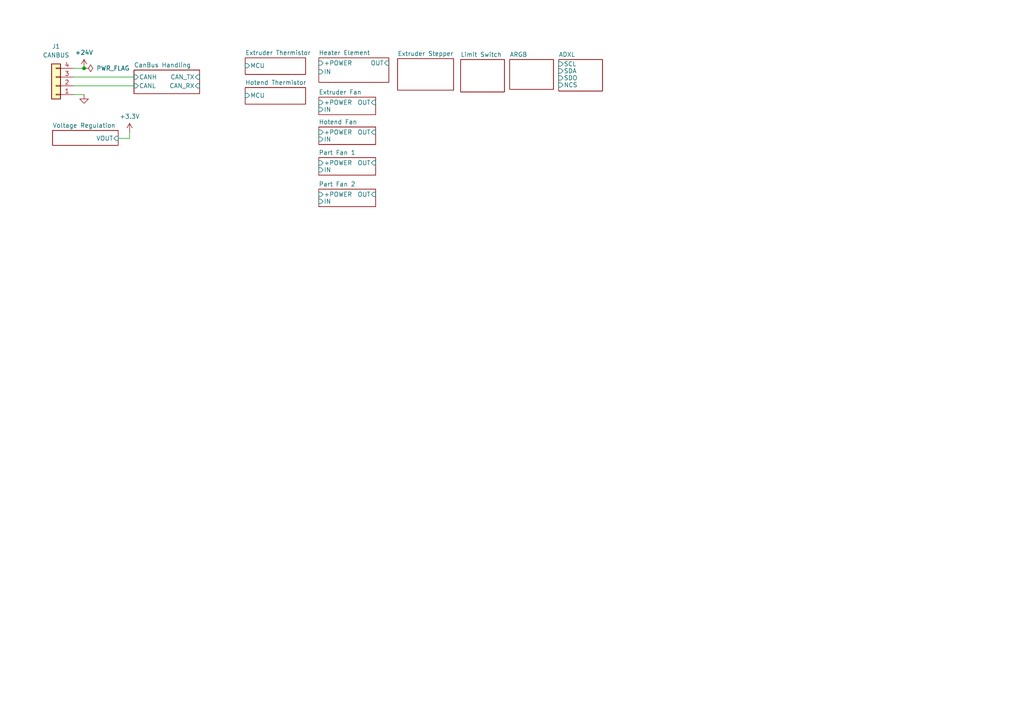
<source format=kicad_sch>
(kicad_sch (version 20211123) (generator eeschema)

  (uuid bbbf2bc0-d701-44d7-af84-e55c2ca2fbd6)

  (paper "A4")

  (lib_symbols
    (symbol "Connector_Generic:Conn_01x04" (pin_names (offset 1.016) hide) (in_bom yes) (on_board yes)
      (property "Reference" "J" (id 0) (at 0 5.08 0)
        (effects (font (size 1.27 1.27)))
      )
      (property "Value" "Conn_01x04" (id 1) (at 0 -7.62 0)
        (effects (font (size 1.27 1.27)))
      )
      (property "Footprint" "" (id 2) (at 0 0 0)
        (effects (font (size 1.27 1.27)) hide)
      )
      (property "Datasheet" "~" (id 3) (at 0 0 0)
        (effects (font (size 1.27 1.27)) hide)
      )
      (property "ki_keywords" "connector" (id 4) (at 0 0 0)
        (effects (font (size 1.27 1.27)) hide)
      )
      (property "ki_description" "Generic connector, single row, 01x04, script generated (kicad-library-utils/schlib/autogen/connector/)" (id 5) (at 0 0 0)
        (effects (font (size 1.27 1.27)) hide)
      )
      (property "ki_fp_filters" "Connector*:*_1x??_*" (id 6) (at 0 0 0)
        (effects (font (size 1.27 1.27)) hide)
      )
      (symbol "Conn_01x04_1_1"
        (rectangle (start -1.27 -4.953) (end 0 -5.207)
          (stroke (width 0.1524) (type default) (color 0 0 0 0))
          (fill (type none))
        )
        (rectangle (start -1.27 -2.413) (end 0 -2.667)
          (stroke (width 0.1524) (type default) (color 0 0 0 0))
          (fill (type none))
        )
        (rectangle (start -1.27 0.127) (end 0 -0.127)
          (stroke (width 0.1524) (type default) (color 0 0 0 0))
          (fill (type none))
        )
        (rectangle (start -1.27 2.667) (end 0 2.413)
          (stroke (width 0.1524) (type default) (color 0 0 0 0))
          (fill (type none))
        )
        (rectangle (start -1.27 3.81) (end 1.27 -6.35)
          (stroke (width 0.254) (type default) (color 0 0 0 0))
          (fill (type background))
        )
        (pin passive line (at -5.08 2.54 0) (length 3.81)
          (name "Pin_1" (effects (font (size 1.27 1.27))))
          (number "1" (effects (font (size 1.27 1.27))))
        )
        (pin passive line (at -5.08 0 0) (length 3.81)
          (name "Pin_2" (effects (font (size 1.27 1.27))))
          (number "2" (effects (font (size 1.27 1.27))))
        )
        (pin passive line (at -5.08 -2.54 0) (length 3.81)
          (name "Pin_3" (effects (font (size 1.27 1.27))))
          (number "3" (effects (font (size 1.27 1.27))))
        )
        (pin passive line (at -5.08 -5.08 0) (length 3.81)
          (name "Pin_4" (effects (font (size 1.27 1.27))))
          (number "4" (effects (font (size 1.27 1.27))))
        )
      )
    )
    (symbol "power:+24V" (power) (pin_names (offset 0)) (in_bom yes) (on_board yes)
      (property "Reference" "#PWR" (id 0) (at 0 -3.81 0)
        (effects (font (size 1.27 1.27)) hide)
      )
      (property "Value" "+24V" (id 1) (at 0 3.556 0)
        (effects (font (size 1.27 1.27)))
      )
      (property "Footprint" "" (id 2) (at 0 0 0)
        (effects (font (size 1.27 1.27)) hide)
      )
      (property "Datasheet" "" (id 3) (at 0 0 0)
        (effects (font (size 1.27 1.27)) hide)
      )
      (property "ki_keywords" "power-flag" (id 4) (at 0 0 0)
        (effects (font (size 1.27 1.27)) hide)
      )
      (property "ki_description" "Power symbol creates a global label with name \"+24V\"" (id 5) (at 0 0 0)
        (effects (font (size 1.27 1.27)) hide)
      )
      (symbol "+24V_0_1"
        (polyline
          (pts
            (xy -0.762 1.27)
            (xy 0 2.54)
          )
          (stroke (width 0) (type default) (color 0 0 0 0))
          (fill (type none))
        )
        (polyline
          (pts
            (xy 0 0)
            (xy 0 2.54)
          )
          (stroke (width 0) (type default) (color 0 0 0 0))
          (fill (type none))
        )
        (polyline
          (pts
            (xy 0 2.54)
            (xy 0.762 1.27)
          )
          (stroke (width 0) (type default) (color 0 0 0 0))
          (fill (type none))
        )
      )
      (symbol "+24V_1_1"
        (pin power_in line (at 0 0 90) (length 0) hide
          (name "+24V" (effects (font (size 1.27 1.27))))
          (number "1" (effects (font (size 1.27 1.27))))
        )
      )
    )
    (symbol "power:+3.3V" (power) (pin_names (offset 0)) (in_bom yes) (on_board yes)
      (property "Reference" "#PWR" (id 0) (at 0 -3.81 0)
        (effects (font (size 1.27 1.27)) hide)
      )
      (property "Value" "+3.3V" (id 1) (at 0 3.556 0)
        (effects (font (size 1.27 1.27)))
      )
      (property "Footprint" "" (id 2) (at 0 0 0)
        (effects (font (size 1.27 1.27)) hide)
      )
      (property "Datasheet" "" (id 3) (at 0 0 0)
        (effects (font (size 1.27 1.27)) hide)
      )
      (property "ki_keywords" "power-flag" (id 4) (at 0 0 0)
        (effects (font (size 1.27 1.27)) hide)
      )
      (property "ki_description" "Power symbol creates a global label with name \"+3.3V\"" (id 5) (at 0 0 0)
        (effects (font (size 1.27 1.27)) hide)
      )
      (symbol "+3.3V_0_1"
        (polyline
          (pts
            (xy -0.762 1.27)
            (xy 0 2.54)
          )
          (stroke (width 0) (type default) (color 0 0 0 0))
          (fill (type none))
        )
        (polyline
          (pts
            (xy 0 0)
            (xy 0 2.54)
          )
          (stroke (width 0) (type default) (color 0 0 0 0))
          (fill (type none))
        )
        (polyline
          (pts
            (xy 0 2.54)
            (xy 0.762 1.27)
          )
          (stroke (width 0) (type default) (color 0 0 0 0))
          (fill (type none))
        )
      )
      (symbol "+3.3V_1_1"
        (pin power_in line (at 0 0 90) (length 0) hide
          (name "+3.3V" (effects (font (size 1.27 1.27))))
          (number "1" (effects (font (size 1.27 1.27))))
        )
      )
    )
    (symbol "power:GND" (power) (pin_names (offset 0)) (in_bom yes) (on_board yes)
      (property "Reference" "#PWR" (id 0) (at 0 -6.35 0)
        (effects (font (size 1.27 1.27)) hide)
      )
      (property "Value" "GND" (id 1) (at 0 -3.81 0)
        (effects (font (size 1.27 1.27)))
      )
      (property "Footprint" "" (id 2) (at 0 0 0)
        (effects (font (size 1.27 1.27)) hide)
      )
      (property "Datasheet" "" (id 3) (at 0 0 0)
        (effects (font (size 1.27 1.27)) hide)
      )
      (property "ki_keywords" "power-flag" (id 4) (at 0 0 0)
        (effects (font (size 1.27 1.27)) hide)
      )
      (property "ki_description" "Power symbol creates a global label with name \"GND\" , ground" (id 5) (at 0 0 0)
        (effects (font (size 1.27 1.27)) hide)
      )
      (symbol "GND_0_1"
        (polyline
          (pts
            (xy 0 0)
            (xy 0 -1.27)
            (xy 1.27 -1.27)
            (xy 0 -2.54)
            (xy -1.27 -1.27)
            (xy 0 -1.27)
          )
          (stroke (width 0) (type default) (color 0 0 0 0))
          (fill (type none))
        )
      )
      (symbol "GND_1_1"
        (pin power_in line (at 0 0 270) (length 0) hide
          (name "GND" (effects (font (size 1.27 1.27))))
          (number "1" (effects (font (size 1.27 1.27))))
        )
      )
    )
    (symbol "power:PWR_FLAG" (power) (pin_numbers hide) (pin_names (offset 0) hide) (in_bom yes) (on_board yes)
      (property "Reference" "#FLG" (id 0) (at 0 1.905 0)
        (effects (font (size 1.27 1.27)) hide)
      )
      (property "Value" "PWR_FLAG" (id 1) (at 0 3.81 0)
        (effects (font (size 1.27 1.27)))
      )
      (property "Footprint" "" (id 2) (at 0 0 0)
        (effects (font (size 1.27 1.27)) hide)
      )
      (property "Datasheet" "~" (id 3) (at 0 0 0)
        (effects (font (size 1.27 1.27)) hide)
      )
      (property "ki_keywords" "power-flag" (id 4) (at 0 0 0)
        (effects (font (size 1.27 1.27)) hide)
      )
      (property "ki_description" "Special symbol for telling ERC where power comes from" (id 5) (at 0 0 0)
        (effects (font (size 1.27 1.27)) hide)
      )
      (symbol "PWR_FLAG_0_0"
        (pin power_out line (at 0 0 90) (length 0)
          (name "pwr" (effects (font (size 1.27 1.27))))
          (number "1" (effects (font (size 1.27 1.27))))
        )
      )
      (symbol "PWR_FLAG_0_1"
        (polyline
          (pts
            (xy 0 0)
            (xy 0 1.27)
            (xy -1.016 1.905)
            (xy 0 2.54)
            (xy 1.016 1.905)
            (xy 0 1.27)
          )
          (stroke (width 0) (type default) (color 0 0 0 0))
          (fill (type none))
        )
      )
    )
  )

  (junction (at 24.384 19.812) (diameter 0) (color 0 0 0 0)
    (uuid f4143853-e4b4-4fc8-be5d-ca9d70ae49d6)
  )

  (wire (pts (xy 21.336 27.432) (xy 24.384 27.432))
    (stroke (width 0) (type default) (color 0 0 0 0))
    (uuid 193e3943-96f0-4991-a780-8d42e6174eb2)
  )
  (wire (pts (xy 21.336 19.812) (xy 24.384 19.812))
    (stroke (width 0) (type default) (color 0 0 0 0))
    (uuid 3b9cd8a8-63b0-4ddc-941b-6a64df09100b)
  )
  (wire (pts (xy 21.336 22.352) (xy 38.862 22.352))
    (stroke (width 0) (type default) (color 0 0 0 0))
    (uuid 88a60671-b652-4303-bd40-59d5d4365d8d)
  )
  (wire (pts (xy 21.336 24.892) (xy 38.862 24.892))
    (stroke (width 0) (type default) (color 0 0 0 0))
    (uuid 9928f08e-5668-4846-b6cf-304f1aea2b86)
  )
  (wire (pts (xy 37.592 38.354) (xy 37.592 40.132))
    (stroke (width 0) (type default) (color 0 0 0 0))
    (uuid 9d7bf0ba-3f8e-4fe5-99d4-3c26c480fba6)
  )
  (wire (pts (xy 37.592 40.132) (xy 34.29 40.132))
    (stroke (width 0) (type default) (color 0 0 0 0))
    (uuid abb32b6e-0120-4b02-9c44-23ab64cf04e5)
  )

  (symbol (lib_id "power:+3.3V") (at 37.592 38.354 0) (unit 1)
    (in_bom yes) (on_board yes) (fields_autoplaced)
    (uuid 08fe3081-4200-48af-850f-c1d05f442d28)
    (property "Reference" "#PWR0131" (id 0) (at 37.592 42.164 0)
      (effects (font (size 1.27 1.27)) hide)
    )
    (property "Value" "+3.3V" (id 1) (at 37.592 33.782 0))
    (property "Footprint" "" (id 2) (at 37.592 38.354 0)
      (effects (font (size 1.27 1.27)) hide)
    )
    (property "Datasheet" "" (id 3) (at 37.592 38.354 0)
      (effects (font (size 1.27 1.27)) hide)
    )
    (pin "1" (uuid e08e0215-7dcd-42ad-a6ff-1e6ac7dad810))
  )

  (symbol (lib_id "power:+24V") (at 24.384 19.812 0) (unit 1)
    (in_bom yes) (on_board yes) (fields_autoplaced)
    (uuid 4c44ad81-23d9-441d-bf5e-2b4d2b04ff52)
    (property "Reference" "#PWR0101" (id 0) (at 24.384 23.622 0)
      (effects (font (size 1.27 1.27)) hide)
    )
    (property "Value" "+24V" (id 1) (at 24.384 15.24 0))
    (property "Footprint" "" (id 2) (at 24.384 19.812 0)
      (effects (font (size 1.27 1.27)) hide)
    )
    (property "Datasheet" "" (id 3) (at 24.384 19.812 0)
      (effects (font (size 1.27 1.27)) hide)
    )
    (pin "1" (uuid 1cecd825-0e86-4762-b461-be866eb4bc16))
  )

  (symbol (lib_id "power:GND") (at 24.384 27.432 0) (unit 1)
    (in_bom yes) (on_board yes) (fields_autoplaced)
    (uuid c2c0f37b-de9d-4f1d-aa00-88c844171b23)
    (property "Reference" "#PWR0102" (id 0) (at 24.384 33.782 0)
      (effects (font (size 1.27 1.27)) hide)
    )
    (property "Value" "GND" (id 1) (at 24.384 33.02 0)
      (effects (font (size 1.27 1.27)) hide)
    )
    (property "Footprint" "" (id 2) (at 24.384 27.432 0)
      (effects (font (size 1.27 1.27)) hide)
    )
    (property "Datasheet" "" (id 3) (at 24.384 27.432 0)
      (effects (font (size 1.27 1.27)) hide)
    )
    (pin "1" (uuid 0ce37424-5622-433b-9bee-683aaff0aad0))
  )

  (symbol (lib_id "Connector_Generic:Conn_01x04") (at 16.256 24.892 180) (unit 1)
    (in_bom yes) (on_board yes) (fields_autoplaced)
    (uuid e03cf11e-2c82-4e41-82cf-ee6a2087ae14)
    (property "Reference" "J1" (id 0) (at 16.256 13.462 0))
    (property "Value" "CANBUS" (id 1) (at 16.256 16.002 0))
    (property "Footprint" "Connector_JST:JST_XH_S4B-XH-A-1_1x04_P2.50mm_Horizontal" (id 2) (at 16.256 24.892 0)
      (effects (font (size 1.27 1.27)) hide)
    )
    (property "Datasheet" "~" (id 3) (at 16.256 24.892 0)
      (effects (font (size 1.27 1.27)) hide)
    )
    (pin "1" (uuid 69e7eec1-ddbf-4816-a8d4-71331f75a480))
    (pin "2" (uuid 39b54f4b-4f18-4e3b-b2b8-2863e4d960d4))
    (pin "3" (uuid 4a1f15e7-8adf-42db-9e1d-1cf56dcf11f3))
    (pin "4" (uuid 31d75d3d-fa73-40e7-9cee-5467fe2f6c07))
  )

  (symbol (lib_id "power:PWR_FLAG") (at 24.384 19.812 270) (unit 1)
    (in_bom yes) (on_board yes) (fields_autoplaced)
    (uuid eb1f8f20-56b7-4fe3-a12d-7bc0bcdb6abe)
    (property "Reference" "#FLG0101" (id 0) (at 26.289 19.812 0)
      (effects (font (size 1.27 1.27)) hide)
    )
    (property "Value" "PWR_FLAG" (id 1) (at 27.94 19.8119 90)
      (effects (font (size 1.27 1.27)) (justify left))
    )
    (property "Footprint" "" (id 2) (at 24.384 19.812 0)
      (effects (font (size 1.27 1.27)) hide)
    )
    (property "Datasheet" "~" (id 3) (at 24.384 19.812 0)
      (effects (font (size 1.27 1.27)) hide)
    )
    (pin "1" (uuid 999013cc-ea72-403b-9f8e-8a7357ae7012))
  )

  (sheet (at 38.862 20.32) (size 19.05 6.858) (fields_autoplaced)
    (stroke (width 0.1524) (type solid) (color 0 0 0 0))
    (fill (color 0 0 0 0.0000))
    (uuid 1491eec4-e6b9-44d9-ad74-a54972d4ead3)
    (property "Sheet name" "CanBus Handling" (id 0) (at 38.862 19.6084 0)
      (effects (font (size 1.27 1.27)) (justify left bottom))
    )
    (property "Sheet file" "CanBusHandling.kicad_sch" (id 1) (at 38.862 27.7626 0)
      (effects (font (size 1.27 1.27)) (justify left top) hide)
    )
    (pin "CANH" input (at 38.862 22.352 180)
      (effects (font (size 1.27 1.27)) (justify left))
      (uuid f0c4fea8-bbb0-4b65-9ffa-24a338261c22)
    )
    (pin "CANL" input (at 38.862 24.892 180)
      (effects (font (size 1.27 1.27)) (justify left))
      (uuid 608790e9-4529-44f8-aca8-785e76b1b816)
    )
    (pin "CAN_TX" input (at 57.912 22.352 0)
      (effects (font (size 1.27 1.27)) (justify right))
      (uuid 768e6a78-a4f3-449b-bedb-2a6a251f6f1f)
    )
    (pin "CAN_RX" input (at 57.912 24.892 0)
      (effects (font (size 1.27 1.27)) (justify right))
      (uuid d847d4bb-d78f-4a82-9d00-31881ca37bae)
    )
  )

  (sheet (at 92.456 16.764) (size 20.32 7.112) (fields_autoplaced)
    (stroke (width 0.1524) (type solid) (color 0 0 0 0))
    (fill (color 0 0 0 0.0000))
    (uuid 227bf6a3-a2cd-4940-b1a7-4c1dbb616e4e)
    (property "Sheet name" "Heater Element" (id 0) (at 92.456 16.0524 0)
      (effects (font (size 1.27 1.27)) (justify left bottom))
    )
    (property "Sheet file" "HighPowerPWM.kicad_sch" (id 1) (at 92.456 24.4606 0)
      (effects (font (size 1.27 1.27)) (justify left top) hide)
    )
    (pin "OUT" input (at 112.776 18.288 0)
      (effects (font (size 1.27 1.27)) (justify right))
      (uuid 18ce99cd-70e4-4f6c-bf7d-5b35300a906e)
    )
    (pin "+POWER" input (at 92.456 18.288 180)
      (effects (font (size 1.27 1.27)) (justify left))
      (uuid db7644ad-5419-4dbb-b1dd-3855c4857ed3)
    )
    (pin "IN" input (at 92.456 20.828 180)
      (effects (font (size 1.27 1.27)) (justify left))
      (uuid 960b394d-2b34-4258-9cd5-11dddb4edfeb)
    )
  )

  (sheet (at 115.316 17.018) (size 16.256 9.144) (fields_autoplaced)
    (stroke (width 0.1524) (type solid) (color 0 0 0 0))
    (fill (color 0 0 0 0.0000))
    (uuid 4c99c69c-b7df-4293-8a6b-7e503655021c)
    (property "Sheet name" "Extruder Stepper" (id 0) (at 115.316 16.3064 0)
      (effects (font (size 1.27 1.27)) (justify left bottom))
    )
    (property "Sheet file" "StepperDriver.kicad_sch" (id 1) (at 115.316 26.7466 0)
      (effects (font (size 1.27 1.27)) (justify left top) hide)
    )
  )

  (sheet (at 71.12 16.764) (size 17.526 4.826) (fields_autoplaced)
    (stroke (width 0.1524) (type solid) (color 0 0 0 0))
    (fill (color 0 0 0 0.0000))
    (uuid 59298f72-bff9-4cb3-9ef9-a7a979bd2840)
    (property "Sheet name" "Extruder Thermistor" (id 0) (at 71.12 16.0524 0)
      (effects (font (size 1.27 1.27)) (justify left bottom))
    )
    (property "Sheet file" "ThermistorSection.kicad_sch" (id 1) (at 71.12 22.1746 0)
      (effects (font (size 1.27 1.27)) (justify left top) hide)
    )
    (pin "MCU" input (at 71.12 19.05 180)
      (effects (font (size 1.27 1.27)) (justify left))
      (uuid a60b1ea8-245c-429b-8144-07702ff56bbd)
    )
  )

  (sheet (at 147.828 17.272) (size 12.7 8.636) (fields_autoplaced)
    (stroke (width 0.1524) (type solid) (color 0 0 0 0))
    (fill (color 0 0 0 0.0000))
    (uuid 7b9bf0cd-b59a-4752-b5a7-e4423f682fab)
    (property "Sheet name" "ARGB" (id 0) (at 147.828 16.5604 0)
      (effects (font (size 1.27 1.27)) (justify left bottom))
    )
    (property "Sheet file" "ARGB.kicad_sch" (id 1) (at 147.828 26.4926 0)
      (effects (font (size 1.27 1.27)) (justify left top) hide)
    )
  )

  (sheet (at 92.456 54.864) (size 16.51 5.08) (fields_autoplaced)
    (stroke (width 0.1524) (type solid) (color 0 0 0 0))
    (fill (color 0 0 0 0.0000))
    (uuid 8dbc2b6e-ee1a-4047-9462-9b74cf0a80ee)
    (property "Sheet name" "Part Fan 2" (id 0) (at 92.456 54.1524 0)
      (effects (font (size 1.27 1.27)) (justify left bottom))
    )
    (property "Sheet file" "LowPowerPWM.kicad_sch" (id 1) (at 92.456 60.5286 0)
      (effects (font (size 1.27 1.27)) (justify left top) hide)
    )
    (pin "OUT" input (at 108.966 56.388 0)
      (effects (font (size 1.27 1.27)) (justify right))
      (uuid 6871a6ee-93a4-4318-b8b8-c82cc16b7c5f)
    )
    (pin "+POWER" input (at 92.456 56.388 180)
      (effects (font (size 1.27 1.27)) (justify left))
      (uuid 4bbc3ff4-5629-4f57-875a-1c57ac5ab51f)
    )
    (pin "IN" input (at 92.456 58.42 180)
      (effects (font (size 1.27 1.27)) (justify left))
      (uuid 050cbee8-f1f0-491d-9b3a-a2157a81d2ef)
    )
  )

  (sheet (at 162.052 17.272) (size 12.7 9.144) (fields_autoplaced)
    (stroke (width 0.1524) (type solid) (color 0 0 0 0))
    (fill (color 0 0 0 0.0000))
    (uuid 96bcbb8a-b509-4abc-b606-5ff999f245b0)
    (property "Sheet name" "ADXL" (id 0) (at 162.052 16.5604 0)
      (effects (font (size 1.27 1.27)) (justify left bottom))
    )
    (property "Sheet file" "ADXL.kicad_sch" (id 1) (at 162.052 27.0006 0)
      (effects (font (size 1.27 1.27)) (justify left top) hide)
    )
    (pin "SCL" input (at 162.052 18.542 180)
      (effects (font (size 1.27 1.27)) (justify left))
      (uuid 5fe92d34-f70f-4968-88a0-7bc4974cc482)
    )
    (pin "SDA" input (at 162.052 20.574 180)
      (effects (font (size 1.27 1.27)) (justify left))
      (uuid f997efe1-86bb-4599-a133-faee0e4e520f)
    )
    (pin "SDO" input (at 162.052 22.606 180)
      (effects (font (size 1.27 1.27)) (justify left))
      (uuid ba42a753-da86-4c39-afa6-527ad922e1f9)
    )
    (pin "NCS" input (at 162.052 24.638 180)
      (effects (font (size 1.27 1.27)) (justify left))
      (uuid 0fa25a81-2d18-431b-8614-1ab852d8937c)
    )
  )

  (sheet (at 71.12 25.4) (size 17.526 4.826) (fields_autoplaced)
    (stroke (width 0.1524) (type solid) (color 0 0 0 0))
    (fill (color 0 0 0 0.0000))
    (uuid 9a4603a9-85be-4959-a8b7-4c6410a843e5)
    (property "Sheet name" "Hotend Thermistor" (id 0) (at 71.12 24.6884 0)
      (effects (font (size 1.27 1.27)) (justify left bottom))
    )
    (property "Sheet file" "ThermistorSection.kicad_sch" (id 1) (at 71.12 30.8106 0)
      (effects (font (size 1.27 1.27)) (justify left top) hide)
    )
    (pin "MCU" input (at 71.12 27.686 180)
      (effects (font (size 1.27 1.27)) (justify left))
      (uuid 258e545b-8535-411f-8fe3-8e03b5093a14)
    )
  )

  (sheet (at 92.456 36.83) (size 16.51 5.08) (fields_autoplaced)
    (stroke (width 0.1524) (type solid) (color 0 0 0 0))
    (fill (color 0 0 0 0.0000))
    (uuid a7945bf5-2910-40c4-8c3b-f928146ba8a6)
    (property "Sheet name" "Hotend Fan" (id 0) (at 92.456 36.1184 0)
      (effects (font (size 1.27 1.27)) (justify left bottom))
    )
    (property "Sheet file" "LowPowerPWM.kicad_sch" (id 1) (at 92.456 42.4946 0)
      (effects (font (size 1.27 1.27)) (justify left top) hide)
    )
    (pin "OUT" input (at 108.966 38.354 0)
      (effects (font (size 1.27 1.27)) (justify right))
      (uuid fdaabc8d-6d00-4c5e-95ef-fc52bf6e13fb)
    )
    (pin "+POWER" input (at 92.456 38.354 180)
      (effects (font (size 1.27 1.27)) (justify left))
      (uuid f7eeec33-3cb3-4bbe-8c98-f300c526d2bb)
    )
    (pin "IN" input (at 92.456 40.386 180)
      (effects (font (size 1.27 1.27)) (justify left))
      (uuid 8ec96d87-ea9d-4245-9033-24140593a131)
    )
  )

  (sheet (at 92.456 45.72) (size 16.51 5.08) (fields_autoplaced)
    (stroke (width 0.1524) (type solid) (color 0 0 0 0))
    (fill (color 0 0 0 0.0000))
    (uuid ba5ac33b-53f9-42f6-9f1f-2ee9e2d08007)
    (property "Sheet name" "Part Fan 1" (id 0) (at 92.456 45.0084 0)
      (effects (font (size 1.27 1.27)) (justify left bottom))
    )
    (property "Sheet file" "LowPowerPWM.kicad_sch" (id 1) (at 92.456 51.3846 0)
      (effects (font (size 1.27 1.27)) (justify left top) hide)
    )
    (pin "OUT" input (at 108.966 47.244 0)
      (effects (font (size 1.27 1.27)) (justify right))
      (uuid 7eb57ce6-cd9c-4efa-888d-e3957a4eb700)
    )
    (pin "+POWER" input (at 92.456 47.244 180)
      (effects (font (size 1.27 1.27)) (justify left))
      (uuid d7c408d2-a311-42af-a432-fc8addfb38b3)
    )
    (pin "IN" input (at 92.456 49.276 180)
      (effects (font (size 1.27 1.27)) (justify left))
      (uuid 43216036-2ac5-4f6c-84c2-3cfc42f787a8)
    )
  )

  (sheet (at 92.456 28.194) (size 16.51 5.08) (fields_autoplaced)
    (stroke (width 0.1524) (type solid) (color 0 0 0 0))
    (fill (color 0 0 0 0.0000))
    (uuid ba6e1639-e422-466e-abc1-2d44456976d3)
    (property "Sheet name" "Extruder Fan" (id 0) (at 92.456 27.4824 0)
      (effects (font (size 1.27 1.27)) (justify left bottom))
    )
    (property "Sheet file" "LowPowerPWM.kicad_sch" (id 1) (at 92.456 33.8586 0)
      (effects (font (size 1.27 1.27)) (justify left top) hide)
    )
    (pin "OUT" input (at 108.966 29.718 0)
      (effects (font (size 1.27 1.27)) (justify right))
      (uuid a5d6c9b9-a327-4047-baa6-cc2ffa491f0d)
    )
    (pin "+POWER" input (at 92.456 29.718 180)
      (effects (font (size 1.27 1.27)) (justify left))
      (uuid 9c0468c9-a46c-4980-bc21-296dc4b10a2e)
    )
    (pin "IN" input (at 92.456 31.75 180)
      (effects (font (size 1.27 1.27)) (justify left))
      (uuid 7a2e4652-1ba6-47bd-8938-5fe9eaee894c)
    )
  )

  (sheet (at 15.24 37.846) (size 19.05 4.318) (fields_autoplaced)
    (stroke (width 0.1524) (type solid) (color 0 0 0 0))
    (fill (color 0 0 0 0.0000))
    (uuid cfd46c7a-4b49-4e2c-b9e7-1a7a49731e6b)
    (property "Sheet name" "Voltage Regulation" (id 0) (at 15.24 37.1344 0)
      (effects (font (size 1.27 1.27)) (justify left bottom))
    )
    (property "Sheet file" "VoltageRegulation.kicad_sch" (id 1) (at 15.24 42.7486 0)
      (effects (font (size 1.27 1.27)) (justify left top) hide)
    )
    (pin "VOUT" input (at 34.29 40.132 0)
      (effects (font (size 1.27 1.27)) (justify right))
      (uuid f855a281-9db5-4259-8a70-b8736384bc9f)
    )
  )

  (sheet (at 133.604 17.272) (size 12.7 9.398) (fields_autoplaced)
    (stroke (width 0.1524) (type solid) (color 0 0 0 0))
    (fill (color 0 0 0 0.0000))
    (uuid f93ba4f3-f9ac-4d74-92aa-b7353f1d8817)
    (property "Sheet name" "Limit Switch" (id 0) (at 133.604 16.5604 0)
      (effects (font (size 1.27 1.27)) (justify left bottom))
    )
    (property "Sheet file" "LimitSwitch.kicad_sch" (id 1) (at 133.604 27.2546 0)
      (effects (font (size 1.27 1.27)) (justify left top) hide)
    )
  )

  (sheet_instances
    (path "/" (page "1"))
    (path "/59298f72-bff9-4cb3-9ef9-a7a979bd2840" (page "2"))
    (path "/9a4603a9-85be-4959-a8b7-4c6410a843e5" (page "3"))
    (path "/227bf6a3-a2cd-4940-b1a7-4c1dbb616e4e" (page "4"))
    (path "/4c99c69c-b7df-4293-8a6b-7e503655021c" (page "5"))
    (path "/ba6e1639-e422-466e-abc1-2d44456976d3" (page "6"))
    (path "/a7945bf5-2910-40c4-8c3b-f928146ba8a6" (page "7"))
    (path "/ba5ac33b-53f9-42f6-9f1f-2ee9e2d08007" (page "8"))
    (path "/8dbc2b6e-ee1a-4047-9462-9b74cf0a80ee" (page "9"))
    (path "/96bcbb8a-b509-4abc-b606-5ff999f245b0" (page "10"))
    (path "/7b9bf0cd-b59a-4752-b5a7-e4423f682fab" (page "11"))
    (path "/f93ba4f3-f9ac-4d74-92aa-b7353f1d8817" (page "12"))
    (path "/cfd46c7a-4b49-4e2c-b9e7-1a7a49731e6b" (page "13"))
    (path "/1491eec4-e6b9-44d9-ad74-a54972d4ead3" (page "14"))
  )

  (symbol_instances
    (path "/eb1f8f20-56b7-4fe3-a12d-7bc0bcdb6abe"
      (reference "#FLG0101") (unit 1) (value "PWR_FLAG") (footprint "")
    )
    (path "/4c44ad81-23d9-441d-bf5e-2b4d2b04ff52"
      (reference "#PWR0101") (unit 1) (value "+24V") (footprint "")
    )
    (path "/c2c0f37b-de9d-4f1d-aa00-88c844171b23"
      (reference "#PWR0102") (unit 1) (value "GND") (footprint "")
    )
    (path "/59298f72-bff9-4cb3-9ef9-a7a979bd2840/03b628d9-2172-4c03-8ebb-b2d97741cf34"
      (reference "#PWR0103") (unit 1) (value "+3V3") (footprint "")
    )
    (path "/59298f72-bff9-4cb3-9ef9-a7a979bd2840/5920a172-2687-4c1c-9842-4ac7f346edd7"
      (reference "#PWR0104") (unit 1) (value "GND") (footprint "")
    )
    (path "/59298f72-bff9-4cb3-9ef9-a7a979bd2840/f5088f90-eafb-4bc4-86a7-c90a43db33a4"
      (reference "#PWR0105") (unit 1) (value "GND") (footprint "")
    )
    (path "/9a4603a9-85be-4959-a8b7-4c6410a843e5/03b628d9-2172-4c03-8ebb-b2d97741cf34"
      (reference "#PWR0106") (unit 1) (value "+3V3") (footprint "")
    )
    (path "/9a4603a9-85be-4959-a8b7-4c6410a843e5/5920a172-2687-4c1c-9842-4ac7f346edd7"
      (reference "#PWR0107") (unit 1) (value "GND") (footprint "")
    )
    (path "/9a4603a9-85be-4959-a8b7-4c6410a843e5/f5088f90-eafb-4bc4-86a7-c90a43db33a4"
      (reference "#PWR0108") (unit 1) (value "GND") (footprint "")
    )
    (path "/227bf6a3-a2cd-4940-b1a7-4c1dbb616e4e/2d420913-2482-4426-a459-5d33bd45e04d"
      (reference "#PWR0109") (unit 1) (value "GND") (footprint "")
    )
    (path "/ba6e1639-e422-466e-abc1-2d44456976d3/e7b85155-e25c-43f7-baf7-6a6cb4940baa"
      (reference "#PWR0110") (unit 1) (value "GND") (footprint "")
    )
    (path "/a7945bf5-2910-40c4-8c3b-f928146ba8a6/e7b85155-e25c-43f7-baf7-6a6cb4940baa"
      (reference "#PWR0111") (unit 1) (value "GND") (footprint "")
    )
    (path "/ba5ac33b-53f9-42f6-9f1f-2ee9e2d08007/e7b85155-e25c-43f7-baf7-6a6cb4940baa"
      (reference "#PWR0112") (unit 1) (value "GND") (footprint "")
    )
    (path "/8dbc2b6e-ee1a-4047-9462-9b74cf0a80ee/e7b85155-e25c-43f7-baf7-6a6cb4940baa"
      (reference "#PWR0113") (unit 1) (value "GND") (footprint "")
    )
    (path "/96bcbb8a-b509-4abc-b606-5ff999f245b0/87c1a798-1705-4e5a-b365-1e75179d784a"
      (reference "#PWR0114") (unit 1) (value "+3V3") (footprint "")
    )
    (path "/96bcbb8a-b509-4abc-b606-5ff999f245b0/3854fa3f-0b4e-46ab-b83d-f3ccd5a9f248"
      (reference "#PWR0115") (unit 1) (value "GND") (footprint "")
    )
    (path "/1491eec4-e6b9-44d9-ad74-a54972d4ead3/55ebe54d-7056-40b9-934f-8d4b304704ad"
      (reference "#PWR0116") (unit 1) (value "GND") (footprint "")
    )
    (path "/1491eec4-e6b9-44d9-ad74-a54972d4ead3/0aa574d9-f1e7-4fdc-ac14-f23fe622e591"
      (reference "#PWR0117") (unit 1) (value "+3V3") (footprint "")
    )
    (path "/4c99c69c-b7df-4293-8a6b-7e503655021c/1f2d1902-4417-4a22-842d-8055b92a4edf"
      (reference "#PWR0118") (unit 1) (value "GND") (footprint "")
    )
    (path "/4c99c69c-b7df-4293-8a6b-7e503655021c/83754687-05c4-4a6c-ae95-ec1b77df2e5b"
      (reference "#PWR0119") (unit 1) (value "+24V") (footprint "")
    )
    (path "/4c99c69c-b7df-4293-8a6b-7e503655021c/37d1e017-b609-4388-a1c2-fe3d63eeda4c"
      (reference "#PWR0120") (unit 1) (value "+3V3") (footprint "")
    )
    (path "/cfd46c7a-4b49-4e2c-b9e7-1a7a49731e6b/b9ebcfd5-57ca-480e-a0d9-c0b2b4d512c7"
      (reference "#PWR0121") (unit 1) (value "+24V") (footprint "")
    )
    (path "/cfd46c7a-4b49-4e2c-b9e7-1a7a49731e6b/f13fb38d-ea81-435b-a1be-958309541cdc"
      (reference "#PWR0122") (unit 1) (value "GND") (footprint "")
    )
    (path "/cfd46c7a-4b49-4e2c-b9e7-1a7a49731e6b/250df76c-2623-4e5e-9e18-5bd96d4204eb"
      (reference "#PWR0123") (unit 1) (value "GND") (footprint "")
    )
    (path "/cfd46c7a-4b49-4e2c-b9e7-1a7a49731e6b/50ae67f4-88f0-4032-ad28-7fc795317fff"
      (reference "#PWR0124") (unit 1) (value "GND") (footprint "")
    )
    (path "/cfd46c7a-4b49-4e2c-b9e7-1a7a49731e6b/44d47d7b-44fe-4da4-9ad9-37cc81242024"
      (reference "#PWR0125") (unit 1) (value "GND") (footprint "")
    )
    (path "/cfd46c7a-4b49-4e2c-b9e7-1a7a49731e6b/5cca53b8-0fdb-4c31-a46b-8de9a78aee09"
      (reference "#PWR0126") (unit 1) (value "GND") (footprint "")
    )
    (path "/cfd46c7a-4b49-4e2c-b9e7-1a7a49731e6b/73851a5d-0299-4b69-bb28-cd668a12c6cf"
      (reference "#PWR0127") (unit 1) (value "+24V") (footprint "")
    )
    (path "/cfd46c7a-4b49-4e2c-b9e7-1a7a49731e6b/eac296ec-bf21-4a2c-9321-91d54596b6b3"
      (reference "#PWR0128") (unit 1) (value "GND") (footprint "")
    )
    (path "/cfd46c7a-4b49-4e2c-b9e7-1a7a49731e6b/1f5c49c9-c3b3-4d16-9f32-8037761bd079"
      (reference "#PWR0129") (unit 1) (value "GND") (footprint "")
    )
    (path "/cfd46c7a-4b49-4e2c-b9e7-1a7a49731e6b/3123ab37-3a37-4ba8-96ec-8476c9d733a6"
      (reference "#PWR0130") (unit 1) (value "+24V") (footprint "")
    )
    (path "/08fe3081-4200-48af-850f-c1d05f442d28"
      (reference "#PWR0131") (unit 1) (value "+3.3V") (footprint "")
    )
    (path "/59298f72-bff9-4cb3-9ef9-a7a979bd2840/54c9968a-1acb-4e43-849e-4363a7930531"
      (reference "C1") (unit 1) (value "0u1") (footprint "Capacitor_SMD:C_0603_1608Metric_Pad1.08x0.95mm_HandSolder")
    )
    (path "/9a4603a9-85be-4959-a8b7-4c6410a843e5/54c9968a-1acb-4e43-849e-4363a7930531"
      (reference "C2") (unit 1) (value "0u1") (footprint "Capacitor_SMD:C_0603_1608Metric_Pad1.08x0.95mm_HandSolder")
    )
    (path "/cfd46c7a-4b49-4e2c-b9e7-1a7a49731e6b/9f435d0c-886d-4095-91a2-856ef2b76af1"
      (reference "C3") (unit 1) (value "C_Small") (footprint "Capacitor_SMD:C_0603_1608Metric_Pad1.08x0.95mm_HandSolder")
    )
    (path "/cfd46c7a-4b49-4e2c-b9e7-1a7a49731e6b/385840d2-c8a4-4b68-b74d-65586b21ab2a"
      (reference "C4") (unit 1) (value "C_Small") (footprint "Capacitor_SMD:C_0603_1608Metric_Pad1.08x0.95mm_HandSolder")
    )
    (path "/cfd46c7a-4b49-4e2c-b9e7-1a7a49731e6b/9252a648-854d-4d01-9c52-9bc1052b49d0"
      (reference "C5") (unit 1) (value "C_Small") (footprint "Capacitor_SMD:C_0603_1608Metric_Pad1.08x0.95mm_HandSolder")
    )
    (path "/cfd46c7a-4b49-4e2c-b9e7-1a7a49731e6b/cc1ba56b-d81c-47d6-8ec0-1ad765080da0"
      (reference "C6") (unit 1) (value "C_Polarized_Small") (footprint "Capacitor_SMD:C_0603_1608Metric_Pad1.08x0.95mm_HandSolder")
    )
    (path "/cfd46c7a-4b49-4e2c-b9e7-1a7a49731e6b/6fe8bf2d-060b-4099-9d4b-528c81013854"
      (reference "C7") (unit 1) (value "C_Small") (footprint "Capacitor_SMD:C_0603_1608Metric_Pad1.08x0.95mm_HandSolder")
    )
    (path "/cfd46c7a-4b49-4e2c-b9e7-1a7a49731e6b/be30a3b4-aef9-4371-8a2f-ee95acf3b26f"
      (reference "C8") (unit 1) (value "C_Small") (footprint "Capacitor_SMD:C_0603_1608Metric_Pad1.08x0.95mm_HandSolder")
    )
    (path "/cfd46c7a-4b49-4e2c-b9e7-1a7a49731e6b/1618fe16-f680-4378-909e-a579fbb06708"
      (reference "C9") (unit 1) (value "C_Polarized_Small") (footprint "Capacitor_SMD:C_0603_1608Metric_Pad1.08x0.95mm_HandSolder")
    )
    (path "/cfd46c7a-4b49-4e2c-b9e7-1a7a49731e6b/abf97572-6d1a-4eda-9801-6fd00ff3b0f1"
      (reference "C10") (unit 1) (value "C_Small") (footprint "Capacitor_SMD:C_0603_1608Metric_Pad1.08x0.95mm_HandSolder")
    )
    (path "/59298f72-bff9-4cb3-9ef9-a7a979bd2840/bedcbc14-eb2d-48a0-abb0-7c69d975fe7f"
      (reference "D1") (unit 1) (value "BAV99") (footprint "Package_TO_SOT_SMD:SOT-23")
    )
    (path "/9a4603a9-85be-4959-a8b7-4c6410a843e5/bedcbc14-eb2d-48a0-abb0-7c69d975fe7f"
      (reference "D2") (unit 1) (value "BAV99") (footprint "Package_TO_SOT_SMD:SOT-23")
    )
    (path "/227bf6a3-a2cd-4940-b1a7-4c1dbb616e4e/445711a2-0f4a-4912-a2b4-21d9d44bfdad"
      (reference "D3") (unit 1) (value "LED_Small") (footprint "")
    )
    (path "/227bf6a3-a2cd-4940-b1a7-4c1dbb616e4e/c824409c-4829-417c-ace8-b6c8b7090951"
      (reference "D4") (unit 1) (value "SS54") (footprint "")
    )
    (path "/ba6e1639-e422-466e-abc1-2d44456976d3/9cff53e5-3224-4aa1-a335-8691c447ff65"
      (reference "D5") (unit 1) (value "LED_Small") (footprint "")
    )
    (path "/ba6e1639-e422-466e-abc1-2d44456976d3/942db540-f166-4afc-a9d9-78ffe1c5c0bb"
      (reference "D6") (unit 1) (value "SS2FH") (footprint "")
    )
    (path "/a7945bf5-2910-40c4-8c3b-f928146ba8a6/9cff53e5-3224-4aa1-a335-8691c447ff65"
      (reference "D7") (unit 1) (value "LED_Small") (footprint "")
    )
    (path "/a7945bf5-2910-40c4-8c3b-f928146ba8a6/942db540-f166-4afc-a9d9-78ffe1c5c0bb"
      (reference "D8") (unit 1) (value "SS2FH") (footprint "")
    )
    (path "/ba5ac33b-53f9-42f6-9f1f-2ee9e2d08007/9cff53e5-3224-4aa1-a335-8691c447ff65"
      (reference "D9") (unit 1) (value "LED_Small") (footprint "")
    )
    (path "/ba5ac33b-53f9-42f6-9f1f-2ee9e2d08007/942db540-f166-4afc-a9d9-78ffe1c5c0bb"
      (reference "D10") (unit 1) (value "SS2FH") (footprint "")
    )
    (path "/8dbc2b6e-ee1a-4047-9462-9b74cf0a80ee/9cff53e5-3224-4aa1-a335-8691c447ff65"
      (reference "D11") (unit 1) (value "LED_Small") (footprint "")
    )
    (path "/8dbc2b6e-ee1a-4047-9462-9b74cf0a80ee/942db540-f166-4afc-a9d9-78ffe1c5c0bb"
      (reference "D12") (unit 1) (value "SS2FH") (footprint "")
    )
    (path "/cfd46c7a-4b49-4e2c-b9e7-1a7a49731e6b/74be16bd-4c3c-48aa-b5f0-464e287e13ef"
      (reference "D13") (unit 1) (value "D_Zener_Small") (footprint "")
    )
    (path "/e03cf11e-2c82-4e41-82cf-ee6a2087ae14"
      (reference "J1") (unit 1) (value "CANBUS") (footprint "Connector_JST:JST_XH_S4B-XH-A-1_1x04_P2.50mm_Horizontal")
    )
    (path "/59298f72-bff9-4cb3-9ef9-a7a979bd2840/506807d8-d18d-4a3b-8f8c-f0c1d1a8e6e3"
      (reference "J2") (unit 1) (value "Conn_01x02_Male") (footprint "Connector_JST:JST_XH_S2B-XH-A-1_1x02_P2.50mm_Horizontal")
    )
    (path "/9a4603a9-85be-4959-a8b7-4c6410a843e5/506807d8-d18d-4a3b-8f8c-f0c1d1a8e6e3"
      (reference "J3") (unit 1) (value "Conn_01x02_Male") (footprint "Connector_JST:JST_XH_S2B-XH-A-1_1x02_P2.50mm_Horizontal")
    )
    (path "/227bf6a3-a2cd-4940-b1a7-4c1dbb616e4e/fbc1e723-1231-4ae9-8a3a-f2338627afa3"
      (reference "J4") (unit 1) (value "Conn_01x02") (footprint "TerminalBlock_Phoenix:TerminalBlock_Phoenix_MKDS-1,5-2-5.08_1x02_P5.08mm_Horizontal")
    )
    (path "/ba6e1639-e422-466e-abc1-2d44456976d3/a5e171fe-ac56-4e27-94f4-5ff5b2059720"
      (reference "J5") (unit 1) (value "Conn_01x02") (footprint "Connector_JST:JST_XH_S2B-XH-A-1_1x02_P2.50mm_Horizontal")
    )
    (path "/a7945bf5-2910-40c4-8c3b-f928146ba8a6/a5e171fe-ac56-4e27-94f4-5ff5b2059720"
      (reference "J6") (unit 1) (value "Conn_01x02") (footprint "Connector_JST:JST_XH_S2B-XH-A-1_1x02_P2.50mm_Horizontal")
    )
    (path "/ba5ac33b-53f9-42f6-9f1f-2ee9e2d08007/a5e171fe-ac56-4e27-94f4-5ff5b2059720"
      (reference "J7") (unit 1) (value "Conn_01x02") (footprint "Connector_JST:JST_XH_S2B-XH-A-1_1x02_P2.50mm_Horizontal")
    )
    (path "/8dbc2b6e-ee1a-4047-9462-9b74cf0a80ee/a5e171fe-ac56-4e27-94f4-5ff5b2059720"
      (reference "J8") (unit 1) (value "Conn_01x02") (footprint "Connector_JST:JST_XH_S2B-XH-A-1_1x02_P2.50mm_Horizontal")
    )
    (path "/4c99c69c-b7df-4293-8a6b-7e503655021c/c73e7952-c272-4da4-ab1d-744375400c39"
      (reference "J9") (unit 1) (value "Conn_01x04") (footprint "Connector_JST:JST_XH_S4B-XH-A-1_1x04_P2.50mm_Horizontal")
    )
    (path "/cfd46c7a-4b49-4e2c-b9e7-1a7a49731e6b/d54c8594-4865-4940-9d33-416db9660810"
      (reference "L1") (unit 1) (value "L_Small") (footprint "")
    )
    (path "/227bf6a3-a2cd-4940-b1a7-4c1dbb616e4e/7c852210-ae2a-44e6-87f8-a4b2c3095297"
      (reference "Q1") (unit 1) (value "HY1904C") (footprint "")
    )
    (path "/ba6e1639-e422-466e-abc1-2d44456976d3/c0995d5e-0a25-45fa-94ca-549e88f944f4"
      (reference "Q2") (unit 1) (value "ES3400") (footprint "")
    )
    (path "/a7945bf5-2910-40c4-8c3b-f928146ba8a6/c0995d5e-0a25-45fa-94ca-549e88f944f4"
      (reference "Q3") (unit 1) (value "ES3400") (footprint "")
    )
    (path "/ba5ac33b-53f9-42f6-9f1f-2ee9e2d08007/c0995d5e-0a25-45fa-94ca-549e88f944f4"
      (reference "Q4") (unit 1) (value "ES3400") (footprint "")
    )
    (path "/8dbc2b6e-ee1a-4047-9462-9b74cf0a80ee/c0995d5e-0a25-45fa-94ca-549e88f944f4"
      (reference "Q5") (unit 1) (value "ES3400") (footprint "")
    )
    (path "/cfd46c7a-4b49-4e2c-b9e7-1a7a49731e6b/dece90a0-e6aa-4cf9-a34c-ad509a60ca4f"
      (reference "Q6") (unit 1) (value "Q_NMOS_DGS") (footprint "")
    )
    (path "/cfd46c7a-4b49-4e2c-b9e7-1a7a49731e6b/649a6eff-bf05-4e7c-85cc-57580b793884"
      (reference "Q7") (unit 1) (value "Q_NMOS_DGS") (footprint "")
    )
    (path "/59298f72-bff9-4cb3-9ef9-a7a979bd2840/c5c04bb6-1eb0-4bf8-8627-49997bce07bc"
      (reference "R1") (unit 1) (value "4k7") (footprint "Resistor_SMD:R_0603_1608Metric_Pad0.98x0.95mm_HandSolder")
    )
    (path "/59298f72-bff9-4cb3-9ef9-a7a979bd2840/8c59c556-182f-4780-a77b-ba9100d906de"
      (reference "R2") (unit 1) (value "2k37") (footprint "Resistor_SMD:R_0603_1608Metric_Pad0.98x0.95mm_HandSolder")
    )
    (path "/59298f72-bff9-4cb3-9ef9-a7a979bd2840/c2cbfa26-4947-4499-aab8-89ecab014988"
      (reference "R3") (unit 1) (value "2k37") (footprint "Resistor_SMD:R_0603_1608Metric_Pad0.98x0.95mm_HandSolder")
    )
    (path "/9a4603a9-85be-4959-a8b7-4c6410a843e5/c5c04bb6-1eb0-4bf8-8627-49997bce07bc"
      (reference "R4") (unit 1) (value "4k7") (footprint "Resistor_SMD:R_0603_1608Metric_Pad0.98x0.95mm_HandSolder")
    )
    (path "/9a4603a9-85be-4959-a8b7-4c6410a843e5/8c59c556-182f-4780-a77b-ba9100d906de"
      (reference "R5") (unit 1) (value "2k37") (footprint "Resistor_SMD:R_0603_1608Metric_Pad0.98x0.95mm_HandSolder")
    )
    (path "/9a4603a9-85be-4959-a8b7-4c6410a843e5/c2cbfa26-4947-4499-aab8-89ecab014988"
      (reference "R6") (unit 1) (value "2k37") (footprint "Resistor_SMD:R_0603_1608Metric_Pad0.98x0.95mm_HandSolder")
    )
    (path "/227bf6a3-a2cd-4940-b1a7-4c1dbb616e4e/f6993dba-9dbd-4f45-af37-9c5750f05e42"
      (reference "R7") (unit 1) (value "1k") (footprint "Resistor_SMD:R_0603_1608Metric_Pad0.98x0.95mm_HandSolder")
    )
    (path "/227bf6a3-a2cd-4940-b1a7-4c1dbb616e4e/31c8e44d-5720-42bb-abb3-d629388f570c"
      (reference "R8") (unit 1) (value "10k") (footprint "Resistor_SMD:R_0603_1608Metric_Pad0.98x0.95mm_HandSolder")
    )
    (path "/227bf6a3-a2cd-4940-b1a7-4c1dbb616e4e/bb7d1e6c-96f0-4e70-ac08-167f0315c1d1"
      (reference "R9") (unit 1) (value "4k7") (footprint "Resistor_SMD:R_0603_1608Metric_Pad0.98x0.95mm_HandSolder")
    )
    (path "/ba6e1639-e422-466e-abc1-2d44456976d3/24481860-0388-4e8c-acb9-bf9823f05e68"
      (reference "R10") (unit 1) (value "22") (footprint "Resistor_SMD:R_0603_1608Metric_Pad0.98x0.95mm_HandSolder")
    )
    (path "/ba6e1639-e422-466e-abc1-2d44456976d3/6ab94c84-9d44-4835-9524-4e9332061c2e"
      (reference "R11") (unit 1) (value "10k") (footprint "Resistor_SMD:R_0603_1608Metric_Pad0.98x0.95mm_HandSolder")
    )
    (path "/ba6e1639-e422-466e-abc1-2d44456976d3/8195e384-5900-42f1-9660-bb7b84fac6b6"
      (reference "R12") (unit 1) (value "4k7") (footprint "Resistor_SMD:R_0603_1608Metric_Pad0.98x0.95mm_HandSolder")
    )
    (path "/a7945bf5-2910-40c4-8c3b-f928146ba8a6/24481860-0388-4e8c-acb9-bf9823f05e68"
      (reference "R13") (unit 1) (value "22") (footprint "Resistor_SMD:R_0603_1608Metric_Pad0.98x0.95mm_HandSolder")
    )
    (path "/a7945bf5-2910-40c4-8c3b-f928146ba8a6/6ab94c84-9d44-4835-9524-4e9332061c2e"
      (reference "R14") (unit 1) (value "10k") (footprint "Resistor_SMD:R_0603_1608Metric_Pad0.98x0.95mm_HandSolder")
    )
    (path "/a7945bf5-2910-40c4-8c3b-f928146ba8a6/8195e384-5900-42f1-9660-bb7b84fac6b6"
      (reference "R15") (unit 1) (value "4k7") (footprint "Resistor_SMD:R_0603_1608Metric_Pad0.98x0.95mm_HandSolder")
    )
    (path "/ba5ac33b-53f9-42f6-9f1f-2ee9e2d08007/24481860-0388-4e8c-acb9-bf9823f05e68"
      (reference "R16") (unit 1) (value "22") (footprint "Resistor_SMD:R_0603_1608Metric_Pad0.98x0.95mm_HandSolder")
    )
    (path "/ba5ac33b-53f9-42f6-9f1f-2ee9e2d08007/6ab94c84-9d44-4835-9524-4e9332061c2e"
      (reference "R17") (unit 1) (value "10k") (footprint "Resistor_SMD:R_0603_1608Metric_Pad0.98x0.95mm_HandSolder")
    )
    (path "/ba5ac33b-53f9-42f6-9f1f-2ee9e2d08007/8195e384-5900-42f1-9660-bb7b84fac6b6"
      (reference "R18") (unit 1) (value "4k7") (footprint "Resistor_SMD:R_0603_1608Metric_Pad0.98x0.95mm_HandSolder")
    )
    (path "/8dbc2b6e-ee1a-4047-9462-9b74cf0a80ee/24481860-0388-4e8c-acb9-bf9823f05e68"
      (reference "R19") (unit 1) (value "22") (footprint "Resistor_SMD:R_0603_1608Metric_Pad0.98x0.95mm_HandSolder")
    )
    (path "/8dbc2b6e-ee1a-4047-9462-9b74cf0a80ee/6ab94c84-9d44-4835-9524-4e9332061c2e"
      (reference "R20") (unit 1) (value "10k") (footprint "Resistor_SMD:R_0603_1608Metric_Pad0.98x0.95mm_HandSolder")
    )
    (path "/8dbc2b6e-ee1a-4047-9462-9b74cf0a80ee/8195e384-5900-42f1-9660-bb7b84fac6b6"
      (reference "R21") (unit 1) (value "4k7") (footprint "Resistor_SMD:R_0603_1608Metric_Pad0.98x0.95mm_HandSolder")
    )
    (path "/cfd46c7a-4b49-4e2c-b9e7-1a7a49731e6b/67271748-01fe-4b9b-8624-8d817d5b4600"
      (reference "R22") (unit 1) (value "R_Small") (footprint "Resistor_SMD:R_0603_1608Metric_Pad0.98x0.95mm_HandSolder")
    )
    (path "/cfd46c7a-4b49-4e2c-b9e7-1a7a49731e6b/1b228869-f79e-473b-a957-67bfc2b1aa95"
      (reference "R23") (unit 1) (value "R_Small") (footprint "Resistor_SMD:R_0603_1608Metric_Pad0.98x0.95mm_HandSolder")
    )
    (path "/cfd46c7a-4b49-4e2c-b9e7-1a7a49731e6b/efb76f9a-de1e-41d0-ab94-ebc346cf81d0"
      (reference "R24") (unit 1) (value "R_Small") (footprint "Resistor_SMD:R_0603_1608Metric_Pad0.98x0.95mm_HandSolder")
    )
    (path "/96bcbb8a-b509-4abc-b606-5ff999f245b0/669e893f-6838-497e-bb80-755c21299c7e"
      (reference "U1") (unit 1) (value "ADXL345") (footprint "Package_LGA:LGA-14_3x5mm_P0.8mm_LayoutBorder1x6y")
    )
    (path "/1491eec4-e6b9-44d9-ad74-a54972d4ead3/2a0e9909-203a-4405-8f21-fcf1703ca69d"
      (reference "U2") (unit 1) (value "TCAN332") (footprint "Package_SO:SOP-8_3.9x4.9mm_P1.27mm")
    )
    (path "/4c99c69c-b7df-4293-8a6b-7e503655021c/5f4238d8-f586-476a-b7bc-8da473420931"
      (reference "U3") (unit 1) (value "TMC2209") (footprint "Package_DFN_QFN:QFN-28-1EP_5x5mm_P0.5mm_EP3.75x3.75mm_ThermalVias")
    )
    (path "/cfd46c7a-4b49-4e2c-b9e7-1a7a49731e6b/fb8c8186-984b-4597-91d6-f885b64e7998"
      (reference "U4") (unit 1) (value "RT8110B") (footprint "Package_TO_SOT_SMD:TSOT-23-8_HandSoldering")
    )
  )
)

</source>
